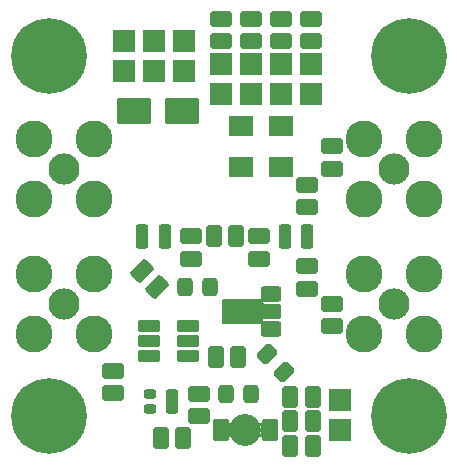
<source format=gbr>
%TF.GenerationSoftware,KiCad,Pcbnew,(5.99.0-6591-gee6c8b60ac)*%
%TF.CreationDate,2020-11-05T14:00:24+01:00*%
%TF.ProjectId,RFSWITCH01A,52465357-4954-4434-9830-31412e6b6963,rev?*%
%TF.SameCoordinates,Original*%
%TF.FileFunction,Soldermask,Bot*%
%TF.FilePolarity,Negative*%
%FSLAX46Y46*%
G04 Gerber Fmt 4.6, Leading zero omitted, Abs format (unit mm)*
G04 Created by KiCad (PCBNEW (5.99.0-6591-gee6c8b60ac)) date 2020-11-05 14:00:24*
%MOMM*%
%LPD*%
G01*
G04 APERTURE LIST*
G04 Aperture macros list*
%AMRoundRect*
0 Rectangle with rounded corners*
0 $1 Rounding radius*
0 $2 $3 $4 $5 $6 $7 $8 $9 X,Y pos of 4 corners*
0 Add a 4 corners polygon primitive as box body*
4,1,4,$2,$3,$4,$5,$6,$7,$8,$9,$2,$3,0*
0 Add four circle primitives for the rounded corners*
1,1,$1+$1,$2,$3,0*
1,1,$1+$1,$4,$5,0*
1,1,$1+$1,$6,$7,0*
1,1,$1+$1,$8,$9,0*
0 Add four rect primitives between the rounded corners*
20,1,$1+$1,$2,$3,$4,$5,0*
20,1,$1+$1,$4,$5,$6,$7,0*
20,1,$1+$1,$6,$7,$8,$9,0*
20,1,$1+$1,$8,$9,$2,$3,0*%
G04 Aperture macros list end*
%ADD10RoundRect,0.200000X0.762000X-0.762000X0.762000X0.762000X-0.762000X0.762000X-0.762000X-0.762000X0*%
%ADD11C,2.640000*%
%ADD12C,3.140000*%
%ADD13C,6.400000*%
%ADD14RoundRect,0.200000X0.698500X-0.444500X0.698500X0.444500X-0.698500X0.444500X-0.698500X-0.444500X0*%
%ADD15RoundRect,0.200000X-1.250000X-0.900000X1.250000X-0.900000X1.250000X0.900000X-1.250000X0.900000X0*%
%ADD16RoundRect,0.200000X-0.325000X-0.200000X0.325000X-0.200000X0.325000X0.200000X-0.325000X0.200000X0*%
%ADD17RoundRect,0.200000X-0.698500X0.444500X-0.698500X-0.444500X0.698500X-0.444500X0.698500X0.444500X0*%
%ADD18RoundRect,0.200000X0.650000X0.450000X-0.650000X0.450000X-0.650000X-0.450000X0.650000X-0.450000X0*%
%ADD19RoundRect,0.200000X-0.850000X0.650000X-0.850000X-0.650000X0.850000X-0.650000X0.850000X0.650000X0*%
%ADD20RoundRect,0.200000X0.325000X0.200000X-0.325000X0.200000X-0.325000X-0.200000X0.325000X-0.200000X0*%
%ADD21C,2.700000*%
%ADD22RoundRect,0.200000X-0.475000X-0.750000X0.475000X-0.750000X0.475000X0.750000X-0.475000X0.750000X0*%
%ADD23RoundRect,0.200000X-0.444500X-0.698500X0.444500X-0.698500X0.444500X0.698500X-0.444500X0.698500X0*%
%ADD24RoundRect,0.318750X0.565685X0.114905X0.114905X0.565685X-0.565685X-0.114905X-0.114905X-0.565685X0*%
%ADD25RoundRect,0.318750X-0.318750X-0.481250X0.318750X-0.481250X0.318750X0.481250X-0.318750X0.481250X0*%
%ADD26RoundRect,0.200000X0.808223X0.179605X0.179605X0.808223X-0.808223X-0.179605X-0.179605X-0.808223X0*%
%ADD27RoundRect,0.200000X0.750000X0.300000X-0.750000X0.300000X-0.750000X-0.300000X0.750000X-0.300000X0*%
%ADD28RoundRect,0.318750X0.318750X0.481250X-0.318750X0.481250X-0.318750X-0.481250X0.318750X-0.481250X0*%
G04 APERTURE END LIST*
D10*
%TO.C,J9*%
X19685000Y32385000D03*
X19685000Y34925000D03*
%TD*%
%TO.C,J5*%
X27305000Y32385000D03*
X27305000Y34925000D03*
%TD*%
%TO.C,J4*%
X24765000Y32385000D03*
X24765000Y34925000D03*
%TD*%
%TO.C,J6*%
X29718000Y3937000D03*
X29718000Y6477000D03*
%TD*%
D11*
%TO.C,J8*%
X34290000Y14605000D03*
D12*
X36830000Y17145000D03*
X31750000Y12065000D03*
X36830000Y12065000D03*
X31750000Y17145000D03*
%TD*%
D13*
%TO.C,M3*%
X5080000Y35560000D03*
%TD*%
D10*
%TO.C,J1*%
X11430000Y34290000D03*
X11430000Y36830000D03*
X13970000Y34290000D03*
X13970000Y36830000D03*
X16510000Y34290000D03*
X16510000Y36830000D03*
%TD*%
D13*
%TO.C,M4*%
X35560000Y5080000D03*
%TD*%
D10*
%TO.C,J10*%
X22225000Y32385000D03*
X22225000Y34925000D03*
%TD*%
D11*
%TO.C,J2*%
X6350000Y26035000D03*
D12*
X3810000Y23495000D03*
X8890000Y23495000D03*
X3810000Y28575000D03*
X8890000Y28575000D03*
%TD*%
D13*
%TO.C,M1*%
X35560000Y35560000D03*
%TD*%
D11*
%TO.C,J7*%
X34290000Y26035000D03*
D12*
X36830000Y28575000D03*
X36830000Y23495000D03*
X31750000Y23495000D03*
X31750000Y28575000D03*
%TD*%
D11*
%TO.C,J3*%
X6350000Y14605000D03*
D12*
X3810000Y17145000D03*
X3810000Y12065000D03*
X8890000Y17145000D03*
X8890000Y12065000D03*
%TD*%
D13*
%TO.C,M2*%
X5080000Y5080000D03*
%TD*%
D14*
%TO.C,L5*%
X29059595Y12700000D03*
X29059595Y14605000D03*
%TD*%
%TO.C,R5*%
X19685000Y36830000D03*
X19685000Y38735000D03*
%TD*%
D15*
%TO.C,D1*%
X12338300Y30884327D03*
X16338300Y30884327D03*
%TD*%
D16*
%TO.C,U4*%
X13020000Y19670000D03*
X13020000Y20320000D03*
X13020000Y20970000D03*
X14920000Y20970000D03*
X14920000Y20320000D03*
X14920000Y19670000D03*
%TD*%
D17*
%TO.C,C10*%
X22860000Y20320000D03*
X22860000Y18415000D03*
%TD*%
%TO.C,R3*%
X27305000Y38735000D03*
X27305000Y36830000D03*
%TD*%
D18*
%TO.C,U3*%
X23875000Y15470000D03*
G36*
X19838223Y12923307D02*
G01*
X19768634Y12978803D01*
X19730014Y13058997D01*
X19725000Y13103501D01*
X19725000Y14836500D01*
X19744806Y14923277D01*
X19800302Y14992866D01*
X19880496Y15031486D01*
X19925000Y15036500D01*
X23050001Y15036500D01*
X23136778Y15016694D01*
X23206367Y14961198D01*
X23244987Y14881004D01*
X23250001Y14836500D01*
X23250001Y14620000D01*
X24525000Y14619999D01*
X24611777Y14600193D01*
X24681366Y14544697D01*
X24719986Y14464503D01*
X24725000Y14419999D01*
X24725000Y13520000D01*
X24705193Y13433223D01*
X24649697Y13363634D01*
X24569503Y13325014D01*
X24524999Y13320000D01*
X23250000Y13320001D01*
X23250000Y13103501D01*
X23230194Y13016724D01*
X23174698Y12947135D01*
X23094504Y12908514D01*
X23050000Y12903500D01*
X19925000Y12903501D01*
X19838223Y12923307D01*
G37*
X23875000Y12470000D03*
%TD*%
D14*
%TO.C,C1*%
X10515600Y7023100D03*
X10515600Y8928100D03*
%TD*%
D19*
%TO.C,D3*%
X21336000Y29662000D03*
X21336000Y26162000D03*
%TD*%
D20*
%TO.C,U1*%
X15555000Y7000000D03*
X15555000Y6350000D03*
X15555000Y5700000D03*
X13655000Y5700000D03*
X13655000Y7000000D03*
%TD*%
D21*
%TO.C,D4*%
X21717000Y3937000D03*
D22*
X23792000Y3937000D03*
X19642000Y3937000D03*
%TD*%
D17*
%TO.C,C9*%
X17145000Y20320000D03*
X17145000Y18415000D03*
%TD*%
D23*
%TO.C,C4*%
X25527000Y6731000D03*
X27432000Y6731000D03*
%TD*%
D24*
%TO.C,L2*%
X25033701Y8847191D03*
X23531099Y10349793D03*
%TD*%
D17*
%TO.C,C2*%
X17780000Y6985000D03*
X17780000Y5080000D03*
%TD*%
D14*
%TO.C,C6*%
X26929992Y22789171D03*
X26929992Y24694171D03*
%TD*%
D17*
%TO.C,L4*%
X29046639Y27940000D03*
X29046639Y26035000D03*
%TD*%
D25*
%TO.C,L1*%
X20100000Y6985000D03*
X22225000Y6985000D03*
%TD*%
D17*
%TO.C,R4*%
X22225000Y38735000D03*
X22225000Y36830000D03*
%TD*%
D26*
%TO.C,C8*%
X14287919Y15988881D03*
X12940881Y17335919D03*
%TD*%
D27*
%TO.C,FL1*%
X16890000Y12700000D03*
X16890000Y11430000D03*
X16890000Y10160000D03*
X13590000Y10160000D03*
X13590000Y11430000D03*
X13590000Y12700000D03*
%TD*%
D20*
%TO.C,U2*%
X26985000Y20970000D03*
X26985000Y20320000D03*
X26985000Y19670000D03*
X25085000Y19670000D03*
X25085000Y20320000D03*
X25085000Y20970000D03*
%TD*%
D23*
%TO.C,C3*%
X25527000Y4699000D03*
X27432000Y4699000D03*
%TD*%
D14*
%TO.C,R2*%
X24765000Y36830000D03*
X24765000Y38735000D03*
%TD*%
D23*
%TO.C,R6*%
X25527000Y2540000D03*
X27432000Y2540000D03*
%TD*%
%TO.C,L6*%
X19050000Y20320000D03*
X20955000Y20320000D03*
%TD*%
D17*
%TO.C,C7*%
X26941905Y17793383D03*
X26941905Y15888383D03*
%TD*%
D23*
%TO.C,C5*%
X19240500Y10096500D03*
X21145500Y10096500D03*
%TD*%
D19*
%TO.C,D2*%
X24746299Y29678115D03*
X24746299Y26178115D03*
%TD*%
D28*
%TO.C,L3*%
X18745200Y16002000D03*
X16620200Y16002000D03*
%TD*%
D23*
%TO.C,R1*%
X14548799Y3251200D03*
X16453799Y3251200D03*
%TD*%
G36*
X20546856Y4606837D02*
G01*
X20546867Y4605125D01*
X20450302Y4398040D01*
X20389486Y4171073D01*
X20369007Y3937000D01*
X20389486Y3702927D01*
X20450302Y3475960D01*
X20533206Y3298171D01*
X20533031Y3296179D01*
X20531219Y3295334D01*
X20529688Y3296281D01*
X20510607Y3327419D01*
X20510459Y3327711D01*
X20507917Y3333970D01*
X20468729Y3380505D01*
X20409999Y3395039D01*
X20354067Y3372327D01*
X20318813Y3296549D01*
X20317176Y3295401D01*
X20315363Y3296244D01*
X20315000Y3297393D01*
X20315000Y4568693D01*
X20316000Y4570425D01*
X20318000Y4570425D01*
X20318902Y4569311D01*
X20337799Y4511152D01*
X20386748Y4475588D01*
X20447141Y4475588D01*
X20506064Y4527812D01*
X20541659Y4604494D01*
X20541821Y4604779D01*
X20543402Y4607097D01*
X20545204Y4607964D01*
X20546856Y4606837D01*
G37*
G36*
X22897488Y4592338D02*
G01*
X22908141Y4575871D01*
X22908296Y4575582D01*
X22927003Y4532557D01*
X22967315Y4486995D01*
X23026385Y4473899D01*
X23081756Y4497975D01*
X23115176Y4572165D01*
X23116800Y4573334D01*
X23118623Y4572512D01*
X23119000Y4571344D01*
X23119000Y3305747D01*
X23118000Y3304015D01*
X23116000Y3304015D01*
X23115098Y3305129D01*
X23096201Y3363288D01*
X23047252Y3398852D01*
X22986845Y3398852D01*
X22928967Y3348804D01*
X22926328Y3343466D01*
X22924664Y3342356D01*
X22922871Y3343242D01*
X22922722Y3345197D01*
X22983698Y3475960D01*
X23044514Y3702927D01*
X23064993Y3937000D01*
X23044514Y4171073D01*
X22983698Y4398040D01*
X22893996Y4590407D01*
X22894171Y4592399D01*
X22895983Y4593244D01*
X22897488Y4592338D01*
G37*
G36*
X23351732Y14821000D02*
G01*
X23351732Y14819000D01*
X23350618Y14818098D01*
X23292628Y14799256D01*
X23252159Y14719830D01*
X23270745Y14662627D01*
X23350480Y14622000D01*
X24416888Y14621999D01*
X24418620Y14620999D01*
X24418620Y14618999D01*
X24416888Y14617999D01*
X23250000Y14618000D01*
X23248268Y14619000D01*
X23248000Y14620000D01*
X23248001Y14820000D01*
X23250001Y14822000D01*
X23350000Y14822000D01*
X23351732Y14821000D01*
G37*
M02*

</source>
